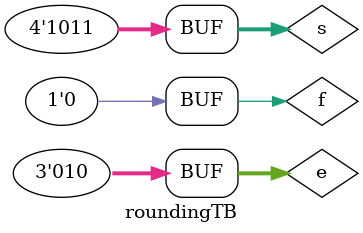
<source format=v>
`timescale 1ns / 1ps


module roundingTB;

	// Inputs
	reg [2:0] e;
	reg [3:0] s;
	reg [0:0] f;

	// Outputs
	wire [2:0] outputE;
	wire [3:0] outputS;

	// Instantiate the Unit Under Test (UUT)
	rounding uut (
		.e(e), 
		.s(s), 
		.f(f), 
		.outputE(outputE), 
		.outputS(outputS)
	);

	initial begin
		// Initialize Inputs
		e = 3'b010;
		s = 4'b1011;
		f = 0;

		// Wait 100 ns for global reset to finish
		#100;
        
		// Add stimulus here

	end
      
endmodule


</source>
